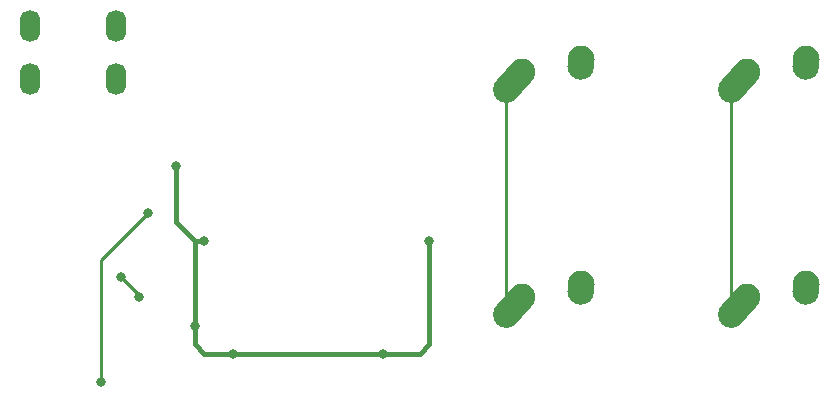
<source format=gbr>
%TF.GenerationSoftware,KiCad,Pcbnew,7.0.3*%
%TF.CreationDate,2023-05-18T14:52:35-04:00*%
%TF.ProjectId,ai03-pcb-guide,61693033-2d70-4636-922d-67756964652e,rev?*%
%TF.SameCoordinates,Original*%
%TF.FileFunction,Copper,L1,Top*%
%TF.FilePolarity,Positive*%
%FSLAX46Y46*%
G04 Gerber Fmt 4.6, Leading zero omitted, Abs format (unit mm)*
G04 Created by KiCad (PCBNEW 7.0.3) date 2023-05-18 14:52:35*
%MOMM*%
%LPD*%
G01*
G04 APERTURE LIST*
G04 Aperture macros list*
%AMHorizOval*
0 Thick line with rounded ends*
0 $1 width*
0 $2 $3 position (X,Y) of the first rounded end (center of the circle)*
0 $4 $5 position (X,Y) of the second rounded end (center of the circle)*
0 Add line between two ends*
20,1,$1,$2,$3,$4,$5,0*
0 Add two circle primitives to create the rounded ends*
1,1,$1,$2,$3*
1,1,$1,$4,$5*%
G04 Aperture macros list end*
%TA.AperFunction,ComponentPad*%
%ADD10HorizOval,2.250000X0.655001X0.730000X-0.655001X-0.730000X0*%
%TD*%
%TA.AperFunction,ComponentPad*%
%ADD11C,2.250000*%
%TD*%
%TA.AperFunction,ComponentPad*%
%ADD12HorizOval,2.250000X0.020000X0.290000X-0.020000X-0.290000X0*%
%TD*%
%TA.AperFunction,ComponentPad*%
%ADD13O,1.700000X2.700000*%
%TD*%
%TA.AperFunction,ViaPad*%
%ADD14C,0.800000*%
%TD*%
%TA.AperFunction,Conductor*%
%ADD15C,0.381000*%
%TD*%
%TA.AperFunction,Conductor*%
%ADD16C,0.254000*%
%TD*%
G04 APERTURE END LIST*
D10*
%TO.P,MX1,1,COL*%
%TO.N,COL0*%
X85745001Y-58642500D03*
D11*
X86400000Y-57912500D03*
D12*
%TO.P,MX1,2,ROW*%
%TO.N,Net-(D1-A)*%
X91420000Y-57122500D03*
D11*
X91440000Y-56832500D03*
%TD*%
D10*
%TO.P,MX4,1,COL*%
%TO.N,COL1*%
X104795001Y-77692500D03*
D11*
X105450000Y-76962500D03*
D12*
%TO.P,MX4,2,ROW*%
%TO.N,Net-(D4-A)*%
X110470000Y-76172500D03*
D11*
X110490000Y-75882500D03*
%TD*%
D10*
%TO.P,MX3,1,COL*%
%TO.N,COL0*%
X85745001Y-77692500D03*
D11*
X86400000Y-76962500D03*
D12*
%TO.P,MX3,2,ROW*%
%TO.N,Net-(D3-A)*%
X91420000Y-76172500D03*
D11*
X91440000Y-75882500D03*
%TD*%
D10*
%TO.P,MX2,1,COL*%
%TO.N,COL1*%
X104795001Y-58642500D03*
D11*
X105450000Y-57912500D03*
D12*
%TO.P,MX2,2,ROW*%
%TO.N,Net-(D2-A)*%
X110470000Y-57122500D03*
D11*
X110490000Y-56832500D03*
%TD*%
D13*
%TO.P,USB1,6,SHIELD*%
%TO.N,unconnected-(USB1-SHIELD-Pad6)*%
X52068750Y-53975000D03*
X44768750Y-53975000D03*
X52068750Y-58475000D03*
X44768750Y-58475000D03*
%TD*%
D14*
%TO.N,Net-(U2-~{RESET})*%
X54768750Y-69850000D03*
%TO.N,+5V*%
X61912500Y-81756250D03*
X57150000Y-65881250D03*
X74612500Y-81756250D03*
X58737500Y-79375000D03*
X78581250Y-72231250D03*
X59531250Y-72231250D03*
%TO.N,Net-(U2-D-)*%
X53975000Y-76993750D03*
X52504339Y-75289411D03*
%TO.N,Net-(U2-~{RESET})*%
X50800000Y-84137500D03*
%TD*%
D15*
%TO.N,+5V*%
X58737500Y-79375000D02*
X58737500Y-80168750D01*
X58737500Y-80168750D02*
X58737500Y-80962500D01*
X58737500Y-72231250D02*
X58737500Y-80168750D01*
D16*
%TO.N,Net-(U2-~{RESET})*%
X54768750Y-69850000D02*
X50800000Y-73818750D01*
D15*
%TO.N,+5V*%
X58737500Y-80962500D02*
X59531250Y-81756250D01*
X62706250Y-81756250D02*
X77787500Y-81756250D01*
X78581250Y-80962500D02*
X77787500Y-81756250D01*
X78581250Y-72231250D02*
X78581250Y-80962500D01*
X59531250Y-81756250D02*
X61912500Y-81756250D01*
X59531250Y-72231250D02*
X58737500Y-72231250D01*
X57150000Y-65881250D02*
X57150000Y-70643750D01*
X61912500Y-81756250D02*
X62706250Y-81756250D01*
X57150000Y-70643750D02*
X58737500Y-72231250D01*
D16*
%TO.N,COL0*%
X85090000Y-59372500D02*
X85090000Y-78422500D01*
%TO.N,COL1*%
X104140000Y-59372500D02*
X104140000Y-78422500D01*
%TO.N,Net-(U2-D-)*%
X52504339Y-75289411D02*
X53975000Y-76760072D01*
X52504339Y-75289411D02*
X52387500Y-75406250D01*
X52387500Y-75406250D02*
X52530732Y-75406250D01*
X53975000Y-76760072D02*
X53975000Y-76993750D01*
%TO.N,Net-(U2-~{RESET})*%
X50800000Y-84137500D02*
X50800000Y-73818750D01*
%TD*%
M02*

</source>
